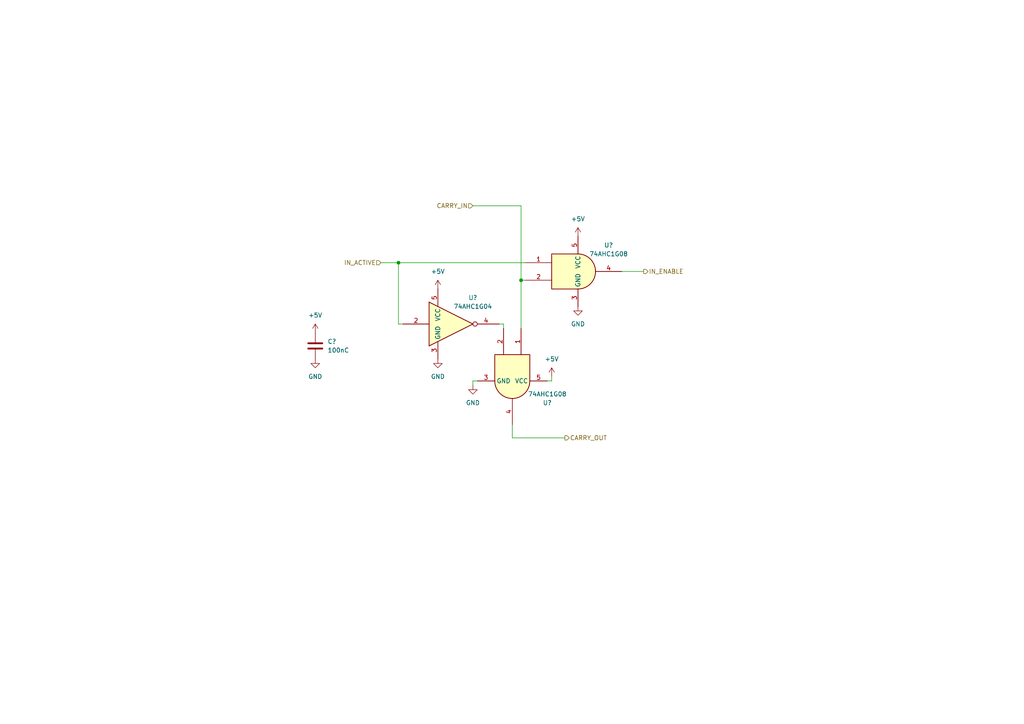
<source format=kicad_sch>
(kicad_sch (version 20230121) (generator eeschema)
  (paper "A4")
  (lib_symbols
    (symbol "74xGxx:74AHC1G04"
      (property "Reference" "U" (at -2.54 3.81 0))
      (property "Value" "74AHC1G04" (at 0 -3.81 0))
      (symbol "74AHC1G04_0_1"
        (polyline (pts (xy -7.62 6.35) (xy -7.62 -6.35) (xy 5.08 0) (xy -7.62 6.35)) (stroke (width 0.254)) (fill (type background)))
      )
      (symbol "74AHC1G04_1_1"
        (pin input line (at -15.24 0 0) (length 7.62) (name "~") (number "2"))
        (pin power_in line (at -5.08 -10.16 90) (length 5.08) (name "GND") (number "3"))
        (pin output inverted (at 12.7 0 180) (length 7.62) (name "~") (number "4"))
        (pin power_in line (at -5.08 10.16 270) (length 5.08) (name "VCC") (number "5"))
      )
    )
    (symbol "74xGxx:74AHC1G08"
      (property "Reference" "U" (at -2.54 3.81 0))
      (property "Value" "74AHC1G08" (at 0 -3.81 0))
      (symbol "74AHC1G08_0_1"
        (arc (start 0 -5.08) (mid 5.0579 0) (end 0 5.08) (stroke (width 0.254)) (fill (type background)))
        (polyline (pts (xy 0 -5.08) (xy -7.62 -5.08) (xy -7.62 5.08) (xy 0 5.08)) (stroke (width 0.254)) (fill (type background)))
      )
      (symbol "74AHC1G08_1_1"
        (pin input line (at -15.24 2.54 0) (length 7.62) (name "~") (number "1"))
        (pin input line (at -15.24 -2.54 0) (length 7.62) (name "~") (number "2"))
        (pin power_in line (at 0 -10.16 90) (length 5.08) (name "GND") (number "3"))
        (pin output line (at 12.7 0 180) (length 7.62) (name "~") (number "4"))
        (pin power_in line (at 0 10.16 270) (length 5.08) (name "VCC") (number "5"))
      )
    )
    (symbol "Device:C" (pin_numbers hide) (pin_names (offset 0.254))
      (property "Reference" "C" (at 0.635 2.54 0))
      (property "Value" "C" (at 0.635 -2.54 0))
      (symbol "C_0_1"
        (polyline (pts (xy -2.032 -0.762) (xy 2.032 -0.762)) (stroke (width 0.508)))
        (polyline (pts (xy -2.032 0.762) (xy 2.032 0.762)) (stroke (width 0.508)))
      )
      (symbol "C_1_1"
        (pin passive line (at 0 3.81 270) (length 2.794) (name "~") (number "1"))
        (pin passive line (at 0 -3.81 90) (length 2.794) (name "~") (number "2"))
      )
    )
    (symbol "power:+5V" (power) (pin_names (offset 0))
      (property "Value" "+5V" (at 0 3.556 0))
      (symbol "+5V_0_1"
        (polyline (pts (xy -0.762 1.27) (xy 0 2.54)))
        (polyline (pts (xy 0 0) (xy 0 2.54)))
        (polyline (pts (xy 0 2.54) (xy 0.762 1.27)))
      )
      (symbol "+5V_1_1"
        (pin power_in line (at 0 0 90) (length 0) hide (name "+5V") (number "1"))
      )
    )
    (symbol "power:GND" (power) (pin_names (offset 0))
      (property "Value" "GND" (at 0 -3.81 0))
      (symbol "GND_0_1"
        (polyline (pts (xy 0 0) (xy 0 -1.27) (xy 1.27 -1.27) (xy 0 -2.54) (xy -1.27 -1.27) (xy 0 -1.27)))
      )
      (symbol "GND_1_1"
        (pin power_in line (at 0 0 270) (length 0) hide (name "GND") (number "1"))
      )
    )
  )
  (junction (at 115.57 76.2))
  (junction (at 151.13 81.28))
  (wire (pts (xy 137.16 59.69) (xy 151.13 59.69)))
  (wire (pts (xy 180.34 78.74) (xy 186.69 78.74)))
  (wire (pts (xy 163.83 127) (xy 148.59 127)))
  (wire (pts (xy 148.59 123.19) (xy 148.59 127)))
  (wire (pts (xy 116.84 93.98) (xy 115.57 93.98)))
  (wire (pts (xy 160.02 110.49) (xy 158.75 110.49)))
  (wire (pts (xy 137.16 110.49) (xy 137.16 111.76)))
  (wire (pts (xy 115.57 76.2) (xy 152.4 76.2)))
  (wire (pts (xy 138.43 110.49) (xy 137.16 110.49)))
  (wire (pts (xy 160.02 109.22) (xy 160.02 110.49)))
  (wire (pts (xy 115.57 93.98) (xy 115.57 76.2)))
  (wire (pts (xy 151.13 81.28) (xy 151.13 59.69)))
  (wire (pts (xy 146.05 93.98) (xy 146.05 95.25)))
  (wire (pts (xy 152.4 81.28) (xy 151.13 81.28)))
  (wire (pts (xy 144.78 93.98) (xy 146.05 93.98)))
  (wire (pts (xy 110.49 76.2) (xy 115.57 76.2)))
  (wire (pts (xy 151.13 81.28) (xy 151.13 95.25)))
  (hierarchical_label "IN_ENABLE" (shape output) (at 186.69 78.74 0))
  (hierarchical_label "IN_ACTIVE" (shape input) (at 110.49 76.2 180))
  (hierarchical_label "CARRY_IN" (shape input) (at 137.16 59.69 180))
  (hierarchical_label "CARRY_OUT" (shape output) (at 163.83 127 0))
  (symbol (lib_id "power:GND") (at 137.16 111.76 0) (unit 1)
    (property "Reference" "#PWR?" (effects hide))
    (property "Value" "GND" (at 137.16 116.84 0))
    (instances (project "SCART_switcher" (path "" (reference "#PWR?") (unit 1)) (path "" (reference "#PWR?") (unit 1)) (path "" (reference "#PWR0203") (unit 1)) (path "" (reference "#PWR0211") (unit 1)) (path "" (reference "#PWR0219") (unit 1)) (path "" (reference "#PWR0227") (unit 1)) (path "" (reference "#PWR0235") (unit 1)) (path "" (reference "#PWR0243") (unit 1)) (path "" (reference "#PWR0251") (unit 1)) (path "" (reference "#PWR0259") (unit 1))))
  )
  (symbol (lib_id "power:GND") (at 127 104.14 0) (unit 1)
    (property "Reference" "#PWR?" (effects hide))
    (property "Value" "GND" (at 127 109.22 0))
    (instances (project "SCART_switcher" (path "" (reference "#PWR?") (unit 1)) (path "" (reference "#PWR?") (unit 1)) (path "" (reference "#PWR0202") (unit 1)) (path "" (reference "#PWR0210") (unit 1)) (path "" (reference "#PWR0218") (unit 1)) (path "" (reference "#PWR0226") (unit 1)) (path "" (reference "#PWR0234") (unit 1)) (path "" (reference "#PWR0242") (unit 1)) (path "" (reference "#PWR0250") (unit 1)) (path "" (reference "#PWR0258") (unit 1))))
  )
  (symbol (lib_id "power:GND") (at 167.64 88.9 0) (unit 1)
    (property "Reference" "#PWR?" (effects hide))
    (property "Value" "GND" (at 167.64 93.98 0))
    (instances (project "SCART_switcher" (path "" (reference "#PWR?") (unit 1)) (path "" (reference "#PWR?") (unit 1)) (path "" (reference "#PWR0206") (unit 1)) (path "" (reference "#PWR0214") (unit 1)) (path "" (reference "#PWR0222") (unit 1)) (path "" (reference "#PWR0230") (unit 1)) (path "" (reference "#PWR0238") (unit 1)) (path "" (reference "#PWR0246") (unit 1)) (path "" (reference "#PWR0254") (unit 1)) (path "" (reference "#PWR0262") (unit 1))))
  )
  (symbol (lib_id "74xGxx:74AHC1G04") (at 132.08 93.98 0) (unit 1)
    (property "Reference" "U?" (at 137.16 86.36 0))
    (property "Value" "74AHC1G04" (at 137.16 88.9 0))
    (property "Footprint" "Package_TO_SOT_SMD:SOT-23-5" (effects hide))
    (property "Datasheet" "https://datasheet.lcsc.com/lcsc/1912111437_Diodes-Incorporated-74AHC1G04W5-7_C460486.pdf" (effects hide))
    (property "MFN" "74AHC1G04W5-7" (effects hide))
    (instances (project "SCART_switcher" (path "" (reference "U?") (unit 1)) (path "" (reference "U15") (unit 1)) (path "" (reference "U18") (unit 1)) (path "" (reference "U21") (unit 1)) (path "" (reference "U24") (unit 1)) (path "" (reference "U27") (unit 1)) (path "" (reference "U30") (unit 1)) (path "" (reference "U33") (unit 1)) (path "" (reference "U36") (unit 1))))
  )
  (symbol (lib_id "power:+5V") (at 91.44 96.52 0) (unit 1)
    (property "Reference" "#PWR?" (effects hide))
    (property "Value" "+5V" (at 91.44 91.44 0))
    (instances (project "SCART_switcher" (path "" (reference "#PWR?") (unit 1)) (path "" (reference "#PWR?") (unit 1)) (path "" (reference "#PWR?") (unit 1)) (path "" (reference "#PWR?") (unit 1)) (path "" (reference "#PWR?") (unit 1)) (path "" (reference "#PWR?") (unit 1)) (path "" (reference "#PWR?") (unit 1)) (path "" (reference "#PWR?") (unit 1)) (path "" (reference "#PWR?") (unit 1)) (path "" (reference "#PWR?") (unit 1)) (path "" (reference "#PWR?") (unit 1)) (path "" (reference "#PWR0199") (unit 1)) (path "" (reference "#PWR0207") (unit 1)) (path "" (reference "#PWR0215") (unit 1)) (path "" (reference "#PWR0223") (unit 1)) (path "" (reference "#PWR0231") (unit 1)) (path "" (reference "#PWR0239") (unit 1)) (path "" (reference "#PWR0247") (unit 1)) (path "" (reference "#PWR0255") (unit 1))))
  )
  (symbol (lib_id "power:+5V") (at 160.02 109.22 0) (unit 1)
    (property "Reference" "#PWR?" (effects hide))
    (property "Value" "+5V" (at 160.02 104.14 0))
    (instances (project "SCART_switcher" (path "" (reference "#PWR?") (unit 1)) (path "" (reference "#PWR?") (unit 1)) (path "" (reference "#PWR?") (unit 1)) (path "" (reference "#PWR?") (unit 1)) (path "" (reference "#PWR?") (unit 1)) (path "" (reference "#PWR?") (unit 1)) (path "" (reference "#PWR?") (unit 1)) (path "" (reference "#PWR?") (unit 1)) (path "" (reference "#PWR?") (unit 1)) (path "" (reference "#PWR?") (unit 1)) (path "" (reference "#PWR?") (unit 1)) (path "" (reference "#PWR0204") (unit 1)) (path "" (reference "#PWR0212") (unit 1)) (path "" (reference "#PWR0220") (unit 1)) (path "" (reference "#PWR0228") (unit 1)) (path "" (reference "#PWR0236") (unit 1)) (path "" (reference "#PWR0244") (unit 1)) (path "" (reference "#PWR0252") (unit 1)) (path "" (reference "#PWR0260") (unit 1))))
  )
  (symbol (lib_id "power:+5V") (at 167.64 68.58 0) (unit 1)
    (property "Reference" "#PWR?" (effects hide))
    (property "Value" "+5V" (at 167.64 63.5 0))
    (instances (project "SCART_switcher" (path "" (reference "#PWR?") (unit 1)) (path "" (reference "#PWR?") (unit 1)) (path "" (reference "#PWR?") (unit 1)) (path "" (reference "#PWR?") (unit 1)) (path "" (reference "#PWR?") (unit 1)) (path "" (reference "#PWR?") (unit 1)) (path "" (reference "#PWR?") (unit 1)) (path "" (reference "#PWR?") (unit 1)) (path "" (reference "#PWR?") (unit 1)) (path "" (reference "#PWR?") (unit 1)) (path "" (reference "#PWR?") (unit 1)) (path "" (reference "#PWR0205") (unit 1)) (path "" (reference "#PWR0213") (unit 1)) (path "" (reference "#PWR0221") (unit 1)) (path "" (reference "#PWR0229") (unit 1)) (path "" (reference "#PWR0237") (unit 1)) (path "" (reference "#PWR0245") (unit 1)) (path "" (reference "#PWR0253") (unit 1)) (path "" (reference "#PWR0261") (unit 1))))
  )
  (symbol (lib_id "Device:C") (at 91.44 100.33 0) (unit 1)
    (property "Reference" "C?" (at 94.996 99.06 0) (effects (justify left)))
    (property "Value" "100nC" (at 94.996 101.6 0) (effects (justify left)))
    (property "Footprint" "Capacitor_SMD:C_0805_2012Metric_Pad1.18x1.45mm_HandSolder" (effects hide))
    (property "Datasheet" "https://datasheet.lcsc.com/lcsc/1810191215_Samsung-Electro-Mechanics-CL21B104KBCNNNC_C1711.pdf" (effects hide))
    (property "MPN" "CL21B104KBCNNNC" (effects hide))
    (instances (project "SCART_switcher" (path "" (reference "C?") (unit 1)) (path "" (reference "C?") (unit 1)) (path "" (reference "C?") (unit 1)) (path "" (reference "C?") (unit 1)) (path "" (reference "C?") (unit 1)) (path "" (reference "C?") (unit 1)) (path "" (reference "C?") (unit 1)) (path "" (reference "C?") (unit 1)) (path "" (reference "C?") (unit 1)) (path "" (reference "C?") (unit 1)) (path "" (reference "C19") (unit 1)) (path "" (reference "C20") (unit 1)) (path "" (reference "C21") (unit 1)) (path "" (reference "C22") (unit 1)) (path "" (reference "C23") (unit 1)) (path "" (reference "C24") (unit 1)) (path "" (reference "C25") (unit 1)) (path "" (reference "C26") (unit 1))))
  )
  (symbol (lib_id "74xGxx:74AHC1G08") (at 148.59 110.49 270) (unit 1)
    (property "Reference" "U?" (at 158.75 116.84 90))
    (property "Value" "74AHC1G08" (at 158.75 114.3 90))
    (property "Footprint" "Package_TO_SOT_SMD:SOT-23-5" (effects hide))
    (property "Datasheet" "https://datasheet.lcsc.com/lcsc/1912111437_Diodes-Incorporated-74AHC1G08W5-7_C460487.pdf" (effects hide))
    (property "MFN" "74AHC1G08W5-7" (effects hide))
    (instances (project "SCART_switcher" (path "" (reference "U?") (unit 1)) (path "" (reference "U16") (unit 1)) (path "" (reference "U19") (unit 1)) (path "" (reference "U22") (unit 1)) (path "" (reference "U25") (unit 1)) (path "" (reference "U28") (unit 1)) (path "" (reference "U31") (unit 1)) (path "" (reference "U34") (unit 1)) (path "" (reference "U37") (unit 1))))
  )
  (symbol (lib_id "power:GND") (at 91.44 104.14 0) (unit 1)
    (property "Reference" "#PWR?" (effects hide))
    (property "Value" "GND" (at 91.44 109.22 0))
    (instances (project "SCART_switcher" (path "" (reference "#PWR?") (unit 1)) (path "" (reference "#PWR?") (unit 1)) (path "" (reference "#PWR?") (unit 1)) (path "" (reference "#PWR?") (unit 1)) (path "" (reference "#PWR?") (unit 1)) (path "" (reference "#PWR?") (unit 1)) (path "" (reference "#PWR?") (unit 1)) (path "" (reference "#PWR?") (unit 1)) (path "" (reference "#PWR?") (unit 1)) (path "" (reference "#PWR?") (unit 1)) (path "" (reference "#PWR0200") (unit 1)) (path "" (reference "#PWR0208") (unit 1)) (path "" (reference "#PWR0216") (unit 1)) (path "" (reference "#PWR0224") (unit 1)) (path "" (reference "#PWR0232") (unit 1)) (path "" (reference "#PWR0240") (unit 1)) (path "" (reference "#PWR0248") (unit 1)) (path "" (reference "#PWR0256") (unit 1))))
  )
  (symbol (lib_id "power:+5V") (at 127 83.82 0) (unit 1)
    (property "Reference" "#PWR?" (effects hide))
    (property "Value" "+5V" (at 127 78.74 0))
    (instances (project "SCART_switcher" (path "" (reference "#PWR?") (unit 1)) (path "" (reference "#PWR?") (unit 1)) (path "" (reference "#PWR?") (unit 1)) (path "" (reference "#PWR?") (unit 1)) (path "" (reference "#PWR?") (unit 1)) (path "" (reference "#PWR?") (unit 1)) (path "" (reference "#PWR?") (unit 1)) (path "" (reference "#PWR?") (unit 1)) (path "" (reference "#PWR?") (unit 1)) (path "" (reference "#PWR?") (unit 1)) (path "" (reference "#PWR?") (unit 1)) (path "" (reference "#PWR0201") (unit 1)) (path "" (reference "#PWR0209") (unit 1)) (path "" (reference "#PWR0217") (unit 1)) (path "" (reference "#PWR0225") (unit 1)) (path "" (reference "#PWR0233") (unit 1)) (path "" (reference "#PWR0241") (unit 1)) (path "" (reference "#PWR0249") (unit 1)) (path "" (reference "#PWR0257") (unit 1))))
  )
  (symbol (lib_id "74xGxx:74AHC1G08") (at 167.64 78.74 0) (unit 1)
    (property "Reference" "U?" (at 176.53 71.12 0))
    (property "Value" "74AHC1G08" (at 176.53 73.66 0))
    (property "Footprint" "Package_TO_SOT_SMD:SOT-23-5" (effects hide))
    (property "Datasheet" "https://datasheet.lcsc.com/lcsc/1912111437_Diodes-Incorporated-74AHC1G08W5-7_C460487.pdf" (effects hide))
    (property "MFN" "74AHC1G08W5-7" (effects hide))
    (instances (project "SCART_switcher" (path "" (reference "U?") (unit 1)) (path "" (reference "U17") (unit 1)) (path "" (reference "U20") (unit 1)) (path "" (reference "U23") (unit 1)) (path "" (reference "U26") (unit 1)) (path "" (reference "U29") (unit 1)) (path "" (reference "U32") (unit 1)) (path "" (reference "U35") (unit 1)) (path "" (reference "U38") (unit 1))))
  )
)
</source>
